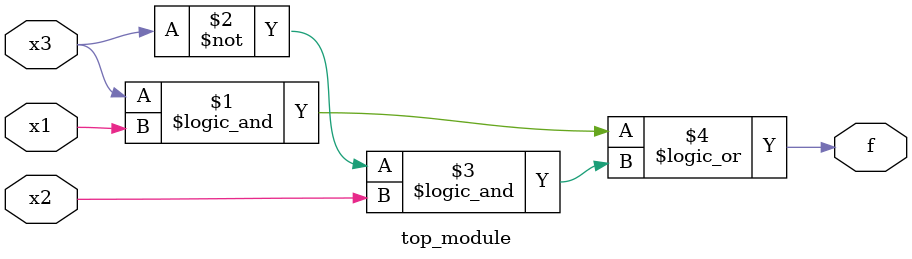
<source format=v>
module top_module( 
    input x3,
    input x2,
    input x1,  // three inputs
    output f   // one output
);
    assign f = (x3 && x1) || ((~ x3) && x2);

endmodule

</source>
